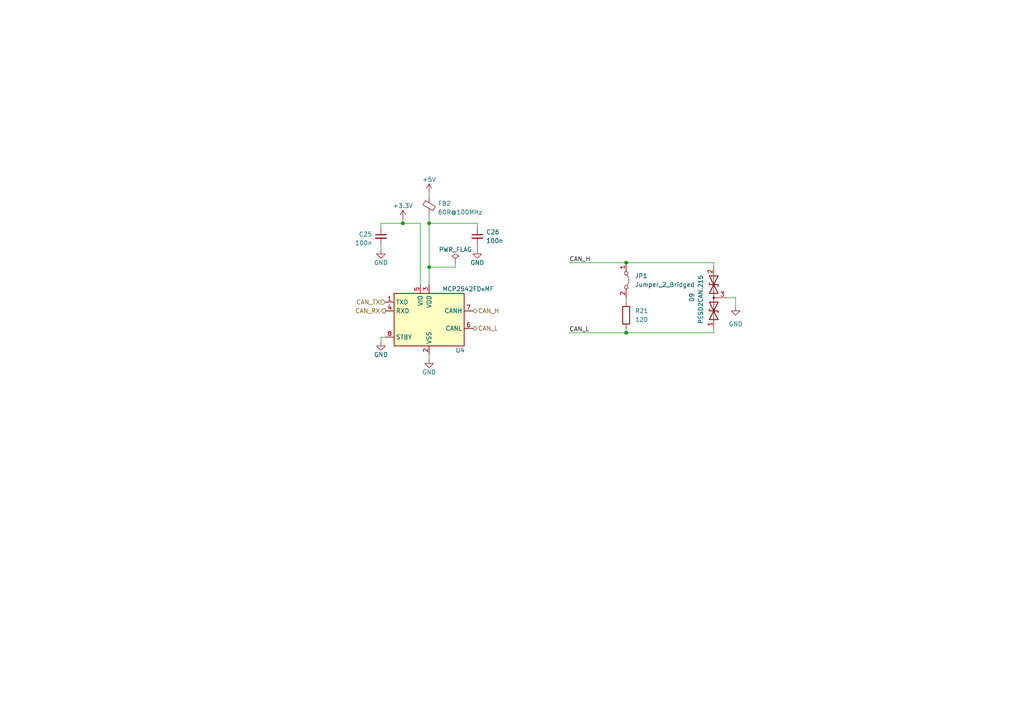
<source format=kicad_sch>
(kicad_sch (version 20231120) (generator "eeschema") (generator_version "8.0")
  (paper "A4")
  (lib_symbols
    (symbol "BMS_LV_2022-rescue:D_TVS_x2_AAC-Device" (pin_names (offset 1.016) hide)
      (property "Reference" "D" (at 0 4.445 0))
      (property "Value" "Device_D_TVS_x2_AAC" (at 0 2.54 0))
      (symbol "D_TVS_x2_AAC-Device_0_0"
        (polyline (pts (xy 0 -1.27) (xy 0 0)))
      )
      (symbol "D_TVS_x2_AAC-Device_0_1"
        (polyline (pts (xy -6.35 0) (xy 6.35 0)))
        (polyline (pts (xy -3.302 1.27) (xy -3.81 1.27) (xy -3.81 -1.27) (xy -4.318 -1.27)) (stroke (width 0.254)))
        (polyline (pts (xy 4.318 1.27) (xy 3.81 1.27) (xy 3.81 -1.27) (xy 3.302 -1.27)) (stroke (width 0.254)))
        (polyline (pts (xy -6.35 1.27) (xy -1.27 -1.27) (xy -1.27 1.27) (xy -6.35 -1.27) (xy -6.35 1.27)) (stroke (width 0.254)))
        (polyline (pts (xy 6.35 1.27) (xy 1.27 -1.27) (xy 1.27 1.27) (xy 6.35 -1.27) (xy 6.35 1.27)) (stroke (width 0.254)))
        (circle (center 0 0) (radius 0.254) (fill (type outline)))
      )
      (symbol "D_TVS_x2_AAC-Device_1_1"
        (pin passive line (at -8.89 0 0) (length 2.54) (name "A1") (number "1"))
        (pin passive line (at 8.89 0 180) (length 2.54) (name "A2") (number "2"))
        (pin input line (at 0 -3.81 90) (length 2.54) (name "common") (number "3"))
      )
    )
    (symbol "Device:C_Small" (pin_numbers hide) (pin_names (offset 0.254) hide)
      (property "Reference" "C" (at 0.254 1.778 0))
      (property "Value" "C_Small" (at 0.254 -2.032 0))
      (symbol "C_Small_0_1"
        (polyline (pts (xy -1.524 -0.508) (xy 1.524 -0.508)) (stroke (width 0.3302)))
        (polyline (pts (xy -1.524 0.508) (xy 1.524 0.508)) (stroke (width 0.3048)))
      )
      (symbol "C_Small_1_1"
        (pin passive line (at 0 2.54 270) (length 2.032) (name "~") (number "1"))
        (pin passive line (at 0 -2.54 90) (length 2.032) (name "~") (number "2"))
      )
    )
    (symbol "Device:FerriteBead_Small" (pin_numbers hide) (pin_names (offset 0))
      (property "Reference" "FB" (at 1.905 1.27 0))
      (property "Value" "FerriteBead_Small" (at 1.905 -1.27 0))
      (symbol "FerriteBead_Small_0_1"
        (polyline (pts (xy 0 -1.27) (xy 0 -0.7874)))
        (polyline (pts (xy 0 0.889) (xy 0 1.2954)))
        (polyline (pts (xy -1.8288 0.2794) (xy -1.1176 1.4986) (xy 1.8288 -0.2032) (xy 1.1176 -1.4224) (xy -1.8288 0.2794)))
      )
      (symbol "FerriteBead_Small_1_1"
        (pin passive line (at 0 2.54 270) (length 1.27) (name "~") (number "1"))
        (pin passive line (at 0 -2.54 90) (length 1.27) (name "~") (number "2"))
      )
    )
    (symbol "Device:R" (pin_numbers hide) (pin_names (offset 0))
      (property "Reference" "R" (at 2.032 0 90))
      (property "Value" "R" (at 0 0 90))
      (symbol "R_0_1"
        (rectangle (start -1.016 -2.54) (end 1.016 2.54) (stroke (width 0.254)))
      )
      (symbol "R_1_1"
        (pin passive line (at 0 3.81 270) (length 1.27) (name "~") (number "1"))
        (pin passive line (at 0 -3.81 90) (length 1.27) (name "~") (number "2"))
      )
    )
    (symbol "Interface_CAN_LIN:MCP2542FDxMF"
      (property "Reference" "U" (at -10.16 8.89 0))
      (property "Value" "MCP2542FDxMF" (at 2.54 8.89 0))
      (symbol "MCP2542FDxMF_0_1"
        (rectangle (start -10.16 7.62) (end 10.16 -7.62) (stroke (width 0.254)) (fill (type background)))
      )
      (symbol "MCP2542FDxMF_1_1"
        (pin input line (at -12.7 5.08 0) (length 2.54) (name "TXD") (number "1"))
        (pin power_in line (at 0 -10.16 90) (length 2.54) (name "VSS") (number "2"))
        (pin power_in line (at 0 10.16 270) (length 2.54) (name "VDD") (number "3"))
        (pin output line (at -12.7 2.54 0) (length 2.54) (name "RXD") (number "4"))
        (pin power_in line (at -2.54 10.16 270) (length 2.54) (name "VIO") (number "5"))
        (pin bidirectional line (at 12.7 -2.54 180) (length 2.54) (name "CANL") (number "6"))
        (pin bidirectional line (at 12.7 2.54 180) (length 2.54) (name "CANH") (number "7"))
        (pin input line (at -12.7 -5.08 0) (length 2.54) (name "STBY") (number "8"))
        (pin passive line (at 0 -10.16 90) (length 2.54) hide (name "VSS") (number "9"))
      )
    )
    (symbol "Jumper:Jumper_2_Bridged" (pin_names (offset 0) hide)
      (property "Reference" "JP" (at 0 1.905 0))
      (property "Value" "Jumper_2_Bridged" (at 0 -2.54 0))
      (symbol "Jumper_2_Bridged_0_0"
        (circle (center -2.032 0) (radius 0.508))
        (circle (center 2.032 0) (radius 0.508))
      )
      (symbol "Jumper_2_Bridged_0_1"
        (arc (start 1.524 0.254) (mid 0 0.762) (end -1.524 0.254))
      )
      (symbol "Jumper_2_Bridged_1_1"
        (pin passive line (at -5.08 0 0) (length 2.54) (name "A") (number "1"))
        (pin passive line (at 5.08 0 180) (length 2.54) (name "B") (number "2"))
      )
    )
    (symbol "power:+3.3V" (power) (pin_names (offset 0))
      (property "Value" "+3.3V" (at 0 3.556 0))
      (symbol "+3.3V_0_1"
        (polyline (pts (xy -0.762 1.27) (xy 0 2.54)))
        (polyline (pts (xy 0 0) (xy 0 2.54)))
        (polyline (pts (xy 0 2.54) (xy 0.762 1.27)))
      )
      (symbol "+3.3V_1_1"
        (pin power_in line (at 0 0 90) (length 0) hide (name "+3.3V") (number "1"))
      )
    )
    (symbol "power:+5V" (power) (pin_names (offset 0))
      (property "Value" "+5V" (at 0 3.556 0))
      (symbol "+5V_0_1"
        (polyline (pts (xy -0.762 1.27) (xy 0 2.54)))
        (polyline (pts (xy 0 0) (xy 0 2.54)))
        (polyline (pts (xy 0 2.54) (xy 0.762 1.27)))
      )
      (symbol "+5V_1_1"
        (pin power_in line (at 0 0 90) (length 0) hide (name "+5V") (number "1"))
      )
    )
    (symbol "power:GND" (power) (pin_names (offset 0))
      (property "Value" "GND" (at 0 -3.81 0))
      (symbol "GND_0_1"
        (polyline (pts (xy 0 0) (xy 0 -1.27) (xy 1.27 -1.27) (xy 0 -2.54) (xy -1.27 -1.27) (xy 0 -1.27)))
      )
      (symbol "GND_1_1"
        (pin power_in line (at 0 0 270) (length 0) hide (name "GND") (number "1"))
      )
    )
    (symbol "power:PWR_FLAG" (power) (pin_numbers hide) (pin_names (offset 0) hide)
      (property "Value" "PWR_FLAG" (at 0 3.81 0))
      (symbol "PWR_FLAG_0_0"
        (pin power_out line (at 0 0 90) (length 0) (name "pwr") (number "1"))
      )
      (symbol "PWR_FLAG_0_1"
        (polyline (pts (xy 0 0) (xy 0 1.27) (xy -1.016 1.905) (xy 0 2.54) (xy 1.016 1.905) (xy 0 1.27)))
      )
    )
  )
  (junction (at 124.46 77.47))
  (junction (at 124.46 64.77))
  (junction (at 181.61 76.2))
  (junction (at 116.84 64.77))
  (junction (at 181.61 96.52))
  (wire (pts (xy 121.92 64.77) (xy 121.92 82.55)))
  (wire (pts (xy 110.49 97.79) (xy 111.76 97.79)))
  (wire (pts (xy 181.61 86.36) (xy 181.61 87.63)))
  (wire (pts (xy 213.36 86.36) (xy 210.82 86.36)))
  (wire (pts (xy 165.1 76.2) (xy 181.61 76.2)))
  (wire (pts (xy 213.36 88.9) (xy 213.36 86.36)))
  (wire (pts (xy 116.84 63.5) (xy 116.84 64.77)))
  (wire (pts (xy 110.49 99.06) (xy 110.49 97.79)))
  (wire (pts (xy 124.46 62.23) (xy 124.46 64.77)))
  (wire (pts (xy 124.46 64.77) (xy 124.46 77.47)))
  (wire (pts (xy 110.49 64.77) (xy 116.84 64.77)))
  (wire (pts (xy 138.43 64.77) (xy 138.43 66.04)))
  (wire (pts (xy 165.1 96.52) (xy 181.61 96.52)))
  (wire (pts (xy 207.01 96.52) (xy 207.01 95.25)))
  (wire (pts (xy 181.61 96.52) (xy 207.01 96.52)))
  (wire (pts (xy 181.61 96.52) (xy 181.61 95.25)))
  (wire (pts (xy 124.46 55.88) (xy 124.46 57.15)))
  (wire (pts (xy 110.49 66.04) (xy 110.49 64.77)))
  (wire (pts (xy 124.46 77.47) (xy 132.08 77.47)))
  (wire (pts (xy 138.43 72.39) (xy 138.43 71.12)))
  (wire (pts (xy 124.46 102.87) (xy 124.46 104.14)))
  (wire (pts (xy 124.46 64.77) (xy 138.43 64.77)))
  (wire (pts (xy 181.61 76.2) (xy 207.01 76.2)))
  (wire (pts (xy 110.49 71.12) (xy 110.49 72.39)))
  (wire (pts (xy 132.08 77.47) (xy 132.08 76.2)))
  (wire (pts (xy 124.46 77.47) (xy 124.46 82.55)))
  (wire (pts (xy 207.01 77.47) (xy 207.01 76.2)))
  (wire (pts (xy 121.92 64.77) (xy 116.84 64.77)))
  (label "CAN_H" (at 165.1 76.2 0))
  (label "CAN_L" (at 165.1 96.52 0))
  (hierarchical_label "CAN_RX" (shape output) (at 111.76 90.17 180))
  (hierarchical_label "CAN_TX" (shape input) (at 111.76 87.63 180))
  (hierarchical_label "CAN_H" (shape bidirectional) (at 137.16 90.17 0))
  (hierarchical_label "CAN_L" (shape bidirectional) (at 137.16 95.25 0))
  (symbol (lib_id "power:GND") (at 138.43 72.39 0) (unit 1)
    (property "Reference" "#PWR035" (effects (hide yes)))
    (property "Value" "GND" (at 138.43 76.2 0))
  )
  (symbol (lib_id "Device:FerriteBead_Small") (at 124.46 59.69 0) (unit 1)
    (property "Reference" "FB2" (at 127 59.0169 0) (effects (justify left)))
    (property "Value" "60R@100MHz" (at 127 61.5569 0) (effects (justify left)))
    (property "Footprint" "Inductor_SMD:L_0603_1608Metric" (effects (hide yes)))
  )
  (symbol (lib_id "Device:R") (at 181.61 91.44 0) (unit 1)
    (property "Reference" "R21" (at 184.15 90.17 0) (effects (justify left)))
    (property "Value" "120" (at 184.15 92.71 0) (effects (justify left)))
    (property "Footprint" "Resistor_SMD:R_0603_1608Metric_Pad0.98x0.95mm_HandSolder" (effects (hide yes)))
    (property "m" "RK73H1JTTD1200F" (effects (hide yes)))
  )
  (symbol (lib_id "Jumper:Jumper_2_Bridged") (at 181.61 81.28 270) (unit 1)
    (property "Reference" "JP1" (at 184.15 80.01 90) (effects (justify left)))
    (property "Value" "Jumper_2_Bridged" (at 184.15 82.55 90) (effects (justify left)))
    (property "Footprint" "Connector_PinHeader_2.54mm:PinHeader_1x02_P2.54mm_Vertical" (effects (hide yes)))
  )
  (symbol (lib_id "power:GND") (at 213.36 88.9 0) (unit 1)
    (property "Reference" "#PWR036" (effects (hide yes)))
    (property "Value" "GND" (at 213.36 93.98 0))
  )
  (symbol (lib_id "power:+3.3V") (at 116.84 63.5 0) (unit 1)
    (property "Reference" "#PWR032" (effects (hide yes)))
    (property "Value" "+3.3V" (at 116.84 59.69 0))
  )
  (symbol (lib_id "power:+5V") (at 124.46 55.88 0) (unit 1)
    (property "Reference" "#PWR033" (effects (hide yes)))
    (property "Value" "+5V" (at 124.46 52.07 0))
  )
  (symbol (lib_id "power:GND") (at 110.49 72.39 0) (unit 1)
    (property "Reference" "#PWR031" (effects (hide yes)))
    (property "Value" "GND" (at 110.49 76.2 0))
  )
  (symbol (lib_id "power:PWR_FLAG") (at 132.08 76.2 0) (unit 1)
    (property "Reference" "#FLG06" (effects (hide yes)))
    (property "Value" "PWR_FLAG" (at 132.08 72.39 0))
  )
  (symbol (lib_id "power:GND") (at 110.49 99.06 0) (unit 1)
    (property "Reference" "#PWR030" (effects (hide yes)))
    (property "Value" "GND" (at 110.49 102.87 0))
  )
  (symbol (lib_id "BMS_LV_2022-rescue:D_TVS_x2_AAC-Device") (at 207.01 86.36 90) (unit 1)
    (property "Reference" "D9" (at 200.66 87.63 0) (effects (justify left)))
    (property "Value" "PESD2CAN.215" (at 203.2 93.98 0) (effects (justify left)))
    (property "Footprint" "Package_TO_SOT_SMD:SOT-23" (effects (hide yes)))
  )
  (symbol (lib_id "Interface_CAN_LIN:MCP2542FDxMF") (at 124.46 92.71 0) (unit 1)
    (property "Reference" "U4" (at 132.08 101.6 0) (effects (justify left)))
    (property "Value" "MCP2542FDxMF" (at 128.27 83.82 0) (effects (justify left)))
    (property "Footprint" "Package_DFN_QFN:DFN-8-1EP_3x3mm_P0.65mm_EP1.55x2.4mm" (effects (hide yes)))
    (property "Datasheet" "http://ww1.microchip.com/downloads/en/DeviceDoc/MCP2542FD-4FD-MCP2542WFD-4WFD-Data-Sheet20005514B.pdf" (effects (hide yes)))
  )
  (symbol (lib_id "Device:C_Small") (at 110.49 68.58 0) (mirror y) (unit 1)
    (property "Reference" "C25" (at 107.95 67.9513 0) (effects (justify left)))
    (property "Value" "100n" (at 107.95 70.4913 0) (effects (justify left)))
    (property "Footprint" "Capacitor_SMD:C_0603_1608Metric_Pad1.08x0.95mm_HandSolder" (effects (hide yes)))
  )
  (symbol (lib_id "Device:C_Small") (at 138.43 68.58 0) (unit 1)
    (property "Reference" "C26" (at 140.97 67.3162 0) (effects (justify left)))
    (property "Value" "100n" (at 140.97 69.8562 0) (effects (justify left)))
    (property "Footprint" "Capacitor_SMD:C_0603_1608Metric_Pad1.08x0.95mm_HandSolder" (effects (hide yes)))
  )
  (symbol (lib_id "power:GND") (at 124.46 104.14 0) (unit 1)
    (property "Reference" "#PWR034" (effects (hide yes)))
    (property "Value" "GND" (at 124.46 107.95 0))
  )
)
</source>
